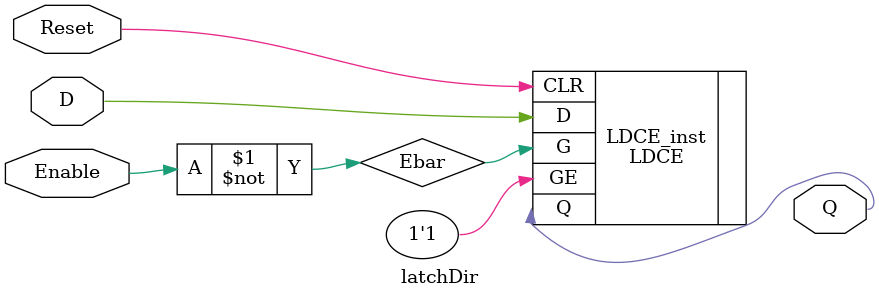
<source format=v>
`timescale 1ns / 1ps

module latchDir
    (
        input Enable,
        input Reset,
        input D,
        output Q
    );
    wire Ebar;
    assign Ebar= ~Enable;
    
    LDCE #(
        .INIT(1'b0),            // Initial value of latch, 1'b0, 1'b1
        // Programmable Inversion Attributes: Specifies the use of the built-in programmable inversion
        .IS_CLR_INVERTED(1'b0), // Optional inversion for CLR
        .IS_G_INVERTED(1'b0)    // Optional inversion for G
    )
    LDCE_inst (
        .Q(Q),     // 1-bit output: Data
        .CLR(Reset), // 1-bit input: Asynchronous clear
        .D(D),     // 1-bit input: Data
        .G(Ebar),     // 1-bit input: Gate
        .GE(1'b1)    // 1-bit input: Gate enable
    );
    
    
    endmodule
</source>
